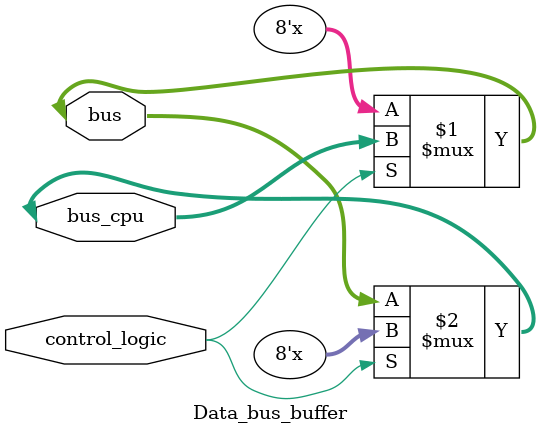
<source format=v>
`timescale 1ns / 1ps
module Data_bus_buffer( control_logic, bus_cpu, bus);

    input control_logic;
    inout [7:0] bus_cpu;
    inout [7:0] bus;


    assign bus = (control_logic)? bus_cpu : 8'bzzzz_zzzz ; // if control = 1 A processor write on ports
    assign bus_cpu = (control_logic)? 8'bzzzz_zzzz : bus; // if control = 0 processor read from ports

    endmodule

</source>
